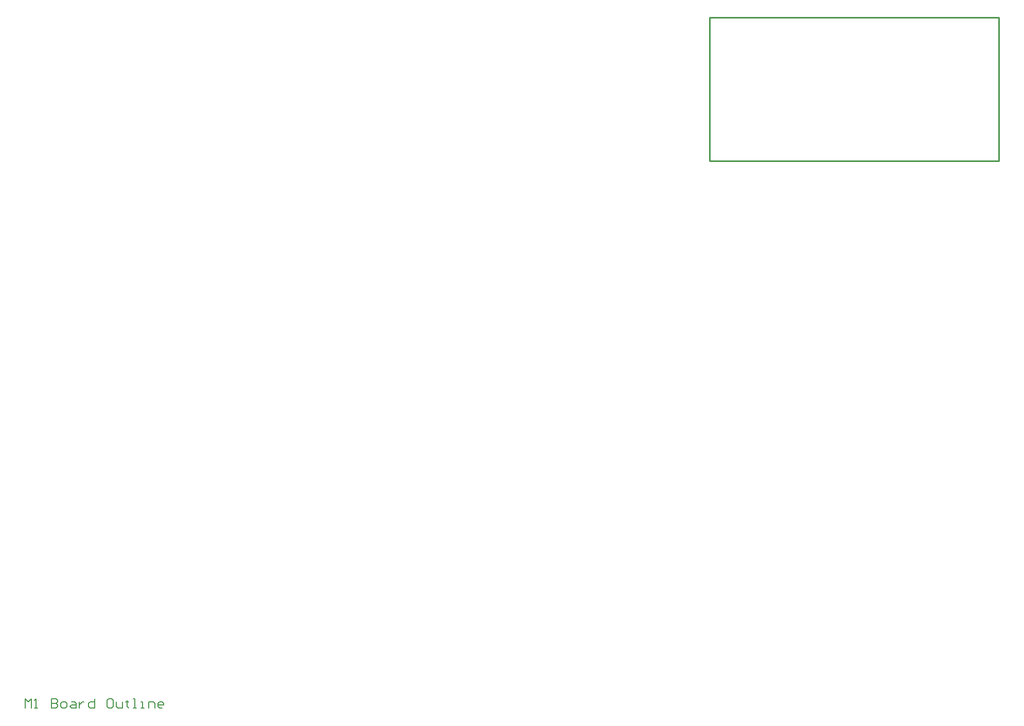
<source format=gm1>
%FSLAX25Y25*%
%MOIN*%
G70*
G01*
G75*
G04 Layer_Color=11296232*
%ADD10R,0.04803X0.03602*%
%ADD11R,0.03740X0.03937*%
%ADD12R,0.03937X0.03740*%
%ADD13O,0.02362X0.05500*%
%ADD14O,0.02362X0.05709*%
%ADD15R,0.04331X0.02559*%
%ADD16R,0.02559X0.04331*%
%ADD17R,0.03800X0.04400*%
%ADD18R,0.03150X0.02362*%
%ADD19C,0.01000*%
%ADD20C,0.02000*%
%ADD21C,0.00800*%
%ADD22C,0.05906*%
%ADD23R,0.05906X0.05906*%
%ADD24C,0.03400*%
%ADD25C,0.00787*%
%ADD26C,0.00700*%
%ADD27C,0.00200*%
%ADD28C,0.00050*%
%ADD29C,0.00500*%
%ADD30R,0.09200X0.02000*%
%ADD31R,0.05203X0.04002*%
%ADD32R,0.04140X0.04337*%
%ADD33R,0.04337X0.04140*%
%ADD34O,0.02762X0.05900*%
%ADD35O,0.02762X0.06109*%
%ADD36R,0.04731X0.02959*%
%ADD37R,0.02959X0.04731*%
%ADD38R,0.04200X0.04800*%
%ADD39R,0.03550X0.02762*%
%ADD40C,0.06906*%
%ADD41R,0.06906X0.06906*%
D19*
X0Y0D02*
X0Y92800D01*
Y92800D02*
X187400D01*
X187400Y0D02*
X187400Y92800D01*
X0Y0D02*
X187400D01*
D21*
X-443410Y-354753D02*
Y-348755D01*
X-441410Y-350755D01*
X-439411Y-348755D01*
Y-354753D01*
X-437412D02*
X-435412D01*
X-436412D01*
Y-348755D01*
X-437412Y-349755D01*
X-426415Y-348755D02*
Y-354753D01*
X-423416D01*
X-422417Y-353754D01*
Y-352754D01*
X-423416Y-351754D01*
X-426415D01*
X-423416D01*
X-422417Y-350755D01*
Y-349755D01*
X-423416Y-348755D01*
X-426415D01*
X-419418Y-354753D02*
X-417418D01*
X-416419Y-353754D01*
Y-351754D01*
X-417418Y-350755D01*
X-419418D01*
X-420417Y-351754D01*
Y-353754D01*
X-419418Y-354753D01*
X-413419Y-350755D02*
X-411420D01*
X-410421Y-351754D01*
Y-354753D01*
X-413419D01*
X-414419Y-353754D01*
X-413419Y-352754D01*
X-410421D01*
X-408421Y-350755D02*
Y-354753D01*
Y-352754D01*
X-407421Y-351754D01*
X-406422Y-350755D01*
X-405422D01*
X-398424Y-348755D02*
Y-354753D01*
X-401423D01*
X-402423Y-353754D01*
Y-351754D01*
X-401423Y-350755D01*
X-398424D01*
X-387428Y-348755D02*
X-389427D01*
X-390427Y-349755D01*
Y-353754D01*
X-389427Y-354753D01*
X-387428D01*
X-386428Y-353754D01*
Y-349755D01*
X-387428Y-348755D01*
X-384429Y-350755D02*
Y-353754D01*
X-383429Y-354753D01*
X-380430D01*
Y-350755D01*
X-377431Y-349755D02*
Y-350755D01*
X-378431D01*
X-376431D01*
X-377431D01*
Y-353754D01*
X-376431Y-354753D01*
X-373432D02*
X-371433D01*
X-372433D01*
Y-348755D01*
X-373432D01*
X-368434Y-354753D02*
X-366435D01*
X-367434D01*
Y-350755D01*
X-368434D01*
X-363436Y-354753D02*
Y-350755D01*
X-360437D01*
X-359437Y-351754D01*
Y-354753D01*
X-354439D02*
X-356438D01*
X-357438Y-353754D01*
Y-351754D01*
X-356438Y-350755D01*
X-354439D01*
X-353439Y-351754D01*
Y-352754D01*
X-357438D01*
M02*

</source>
